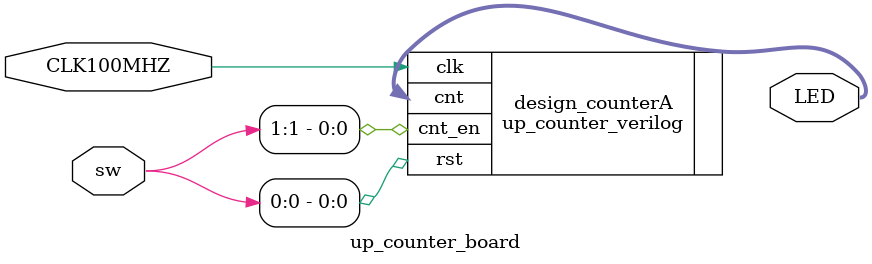
<source format=v>
`timescale 1ns / 1ps


module up_counter_board(
    input wire CLK100MHZ,
    input wire [15:0] sw,
    output wire [15:0] LED 
    );
    
    up_counter_verilog design_counterA(
        .clk(CLK100MHZ),
        .rst(sw[0]),
        .cnt_en(sw[1]),
        .cnt(LED)
    );
endmodule

</source>
